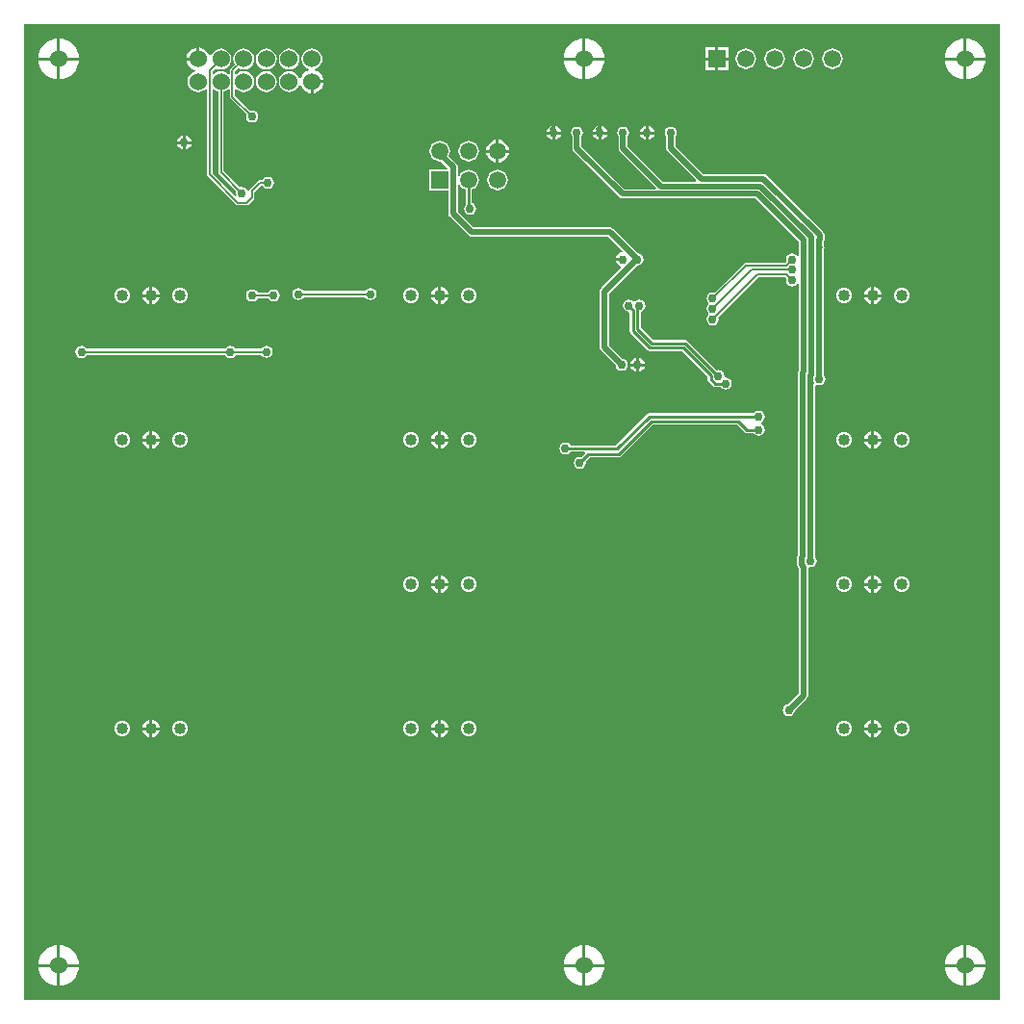
<source format=gbl>
G04 Layer_Physical_Order=2*
G04 Layer_Color=16711680*
%FSLAX25Y25*%
%MOIN*%
G70*
G01*
G75*
%ADD16C,0.00800*%
%ADD17C,0.01000*%
%ADD18C,0.02000*%
%ADD19C,0.00600*%
%ADD23C,0.05906*%
%ADD24R,0.05906X0.05906*%
%ADD26C,0.04000*%
%ADD27C,0.03000*%
%ADD28C,0.06000*%
G36*
X543878Y306121D02*
X206121D01*
Y643878D01*
X543878D01*
Y306121D01*
D02*
G37*
%LPC*%
G36*
X532500Y638985D02*
Y632500D01*
X538985D01*
X538899Y633372D01*
X538498Y634692D01*
X537848Y635908D01*
X536974Y636974D01*
X535908Y637848D01*
X534692Y638498D01*
X533372Y638899D01*
X532500Y638985D01*
D02*
G37*
G36*
X531500D02*
X530628Y638899D01*
X529308Y638498D01*
X528092Y637848D01*
X527026Y636974D01*
X526152Y635908D01*
X525502Y634692D01*
X525101Y633372D01*
X525015Y632500D01*
X531500D01*
Y638985D01*
D02*
G37*
G36*
X449953Y635953D02*
X446500D01*
Y632500D01*
X449953D01*
Y635953D01*
D02*
G37*
G36*
X445500D02*
X442047D01*
Y632500D01*
X445500D01*
Y635953D01*
D02*
G37*
G36*
X400500Y638985D02*
Y632500D01*
X406985D01*
X406899Y633372D01*
X406498Y634692D01*
X405849Y635908D01*
X404974Y636974D01*
X403908Y637848D01*
X402692Y638498D01*
X401372Y638899D01*
X400500Y638985D01*
D02*
G37*
G36*
X399500D02*
X398628Y638899D01*
X397308Y638498D01*
X396092Y637848D01*
X395026Y636974D01*
X394151Y635908D01*
X393501Y634692D01*
X393101Y633372D01*
X393015Y632500D01*
X399500D01*
Y638985D01*
D02*
G37*
G36*
X218500D02*
Y632500D01*
X224985D01*
X224899Y633372D01*
X224499Y634692D01*
X223849Y635908D01*
X222974Y636974D01*
X221908Y637848D01*
X220692Y638498D01*
X219372Y638899D01*
X218500Y638985D01*
D02*
G37*
G36*
X217500D02*
X216628Y638899D01*
X215308Y638498D01*
X214092Y637848D01*
X213026Y636974D01*
X212152Y635908D01*
X211502Y634692D01*
X211101Y633372D01*
X211015Y632500D01*
X217500D01*
Y638985D01*
D02*
G37*
G36*
X265815Y635906D02*
X265271Y635834D01*
X264298Y635431D01*
X263462Y634790D01*
X262821Y633954D01*
X262418Y632981D01*
X262346Y632437D01*
X265815D01*
Y635906D01*
D02*
G37*
G36*
X486000Y635583D02*
X485073Y635461D01*
X484208Y635103D01*
X483466Y634534D01*
X482897Y633792D01*
X482539Y632928D01*
X482417Y632000D01*
X482539Y631073D01*
X482897Y630208D01*
X483466Y629466D01*
X484208Y628897D01*
X485073Y628539D01*
X486000Y628417D01*
X486928Y628539D01*
X487792Y628897D01*
X488534Y629466D01*
X489103Y630208D01*
X489461Y631073D01*
X489583Y632000D01*
X489461Y632928D01*
X489103Y633792D01*
X488534Y634534D01*
X487792Y635103D01*
X486928Y635461D01*
X486000Y635583D01*
D02*
G37*
G36*
X476000D02*
X475072Y635461D01*
X474208Y635103D01*
X473466Y634534D01*
X472897Y633792D01*
X472539Y632928D01*
X472417Y632000D01*
X472539Y631073D01*
X472897Y630208D01*
X473466Y629466D01*
X474208Y628897D01*
X475072Y628539D01*
X476000Y628417D01*
X476928Y628539D01*
X477792Y628897D01*
X478534Y629466D01*
X479103Y630208D01*
X479461Y631073D01*
X479583Y632000D01*
X479461Y632928D01*
X479103Y633792D01*
X478534Y634534D01*
X477792Y635103D01*
X476928Y635461D01*
X476000Y635583D01*
D02*
G37*
G36*
X466000D02*
X465072Y635461D01*
X464208Y635103D01*
X463466Y634534D01*
X462897Y633792D01*
X462539Y632928D01*
X462417Y632000D01*
X462539Y631073D01*
X462897Y630208D01*
X463466Y629466D01*
X464208Y628897D01*
X465072Y628539D01*
X466000Y628417D01*
X466927Y628539D01*
X467792Y628897D01*
X468534Y629466D01*
X469103Y630208D01*
X469461Y631073D01*
X469583Y632000D01*
X469461Y632928D01*
X469103Y633792D01*
X468534Y634534D01*
X467792Y635103D01*
X466927Y635461D01*
X466000Y635583D01*
D02*
G37*
G36*
X456000D02*
X455072Y635461D01*
X454208Y635103D01*
X453466Y634534D01*
X452897Y633792D01*
X452539Y632928D01*
X452417Y632000D01*
X452539Y631073D01*
X452897Y630208D01*
X453466Y629466D01*
X454208Y628897D01*
X455072Y628539D01*
X456000Y628417D01*
X456927Y628539D01*
X457792Y628897D01*
X458534Y629466D01*
X459103Y630208D01*
X459461Y631073D01*
X459583Y632000D01*
X459461Y632928D01*
X459103Y633792D01*
X458534Y634534D01*
X457792Y635103D01*
X456927Y635461D01*
X456000Y635583D01*
D02*
G37*
G36*
X297811Y635568D02*
X296871Y635444D01*
X295995Y635082D01*
X295244Y634505D01*
X294666Y633752D01*
X294304Y632877D01*
X294180Y631937D01*
X294304Y630997D01*
X294666Y630122D01*
X295244Y629369D01*
X295995Y628792D01*
X296871Y628430D01*
X297811Y628306D01*
X298751Y628430D01*
X299627Y628792D01*
X300379Y629369D01*
X300956Y630122D01*
X301318Y630997D01*
X301442Y631937D01*
X301318Y632877D01*
X300956Y633752D01*
X300379Y634505D01*
X299627Y635082D01*
X298751Y635444D01*
X297811Y635568D01*
D02*
G37*
G36*
X289937D02*
X288997Y635444D01*
X288121Y635082D01*
X287369Y634505D01*
X286792Y633752D01*
X286430Y632877D01*
X286306Y631937D01*
X286430Y630997D01*
X286792Y630122D01*
X287369Y629369D01*
X288121Y628792D01*
X288997Y628430D01*
X289937Y628306D01*
X290877Y628430D01*
X291753Y628792D01*
X292505Y629369D01*
X293081Y630122D01*
X293444Y630997D01*
X293568Y631937D01*
X293444Y632877D01*
X293081Y633752D01*
X292505Y634505D01*
X291753Y635082D01*
X290877Y635444D01*
X289937Y635568D01*
D02*
G37*
G36*
X266815Y635906D02*
Y631937D01*
X266315D01*
Y631437D01*
X262346D01*
X262418Y630893D01*
X262821Y629920D01*
X263462Y629084D01*
X264298Y628443D01*
X265267Y628041D01*
X265276Y628018D01*
X265313Y627848D01*
X265286Y627534D01*
X264499Y627208D01*
X263747Y626631D01*
X263170Y625878D01*
X262808Y625003D01*
X262684Y624063D01*
X262808Y623123D01*
X263170Y622248D01*
X263747Y621495D01*
X264499Y620918D01*
X265375Y620556D01*
X266315Y620432D01*
X267255Y620556D01*
X268130Y620918D01*
X268871Y621487D01*
X269057Y621461D01*
X269371Y621355D01*
Y591903D01*
X269441Y591552D01*
X269640Y591254D01*
X279443Y581451D01*
X279741Y581252D01*
X280092Y581182D01*
X282908D01*
X283260Y581252D01*
X283557Y581451D01*
X285549Y583443D01*
X285748Y583741D01*
X285818Y584092D01*
Y585823D01*
X288077Y588082D01*
X288587D01*
X288986Y587486D01*
X289681Y587022D01*
X290500Y586859D01*
X291319Y587022D01*
X292014Y587486D01*
X292478Y588181D01*
X292641Y589000D01*
X292478Y589819D01*
X292014Y590514D01*
X291319Y590978D01*
X290500Y591141D01*
X289681Y590978D01*
X288986Y590514D01*
X288587Y589918D01*
X287697D01*
X287346Y589848D01*
X287048Y589649D01*
X284251Y586852D01*
X284052Y586554D01*
X283982Y586203D01*
X283495Y586234D01*
X283478Y586319D01*
X283014Y587014D01*
X282319Y587478D01*
X281500Y587641D01*
X280797Y587501D01*
X275107Y593191D01*
Y620553D01*
X275129Y620556D01*
X276005Y620918D01*
X276745Y621487D01*
X276931Y621461D01*
X277245Y621355D01*
Y618837D01*
X277315Y618486D01*
X277514Y618188D01*
X282999Y612704D01*
X282859Y612000D01*
X283022Y611181D01*
X283486Y610486D01*
X284181Y610022D01*
X285000Y609859D01*
X285819Y610022D01*
X286514Y610486D01*
X286978Y611181D01*
X287141Y612000D01*
X286978Y612819D01*
X286514Y613514D01*
X285819Y613978D01*
X285000Y614141D01*
X284296Y614001D01*
X279081Y619217D01*
Y621290D01*
X279581Y621430D01*
X280247Y620918D01*
X281123Y620556D01*
X282063Y620432D01*
X283003Y620556D01*
X283878Y620918D01*
X284630Y621495D01*
X285208Y622248D01*
X285570Y623123D01*
X285694Y624063D01*
X285570Y625003D01*
X285208Y625878D01*
X284630Y626631D01*
X283878Y627208D01*
X283003Y627570D01*
X282063Y627694D01*
X281123Y627570D01*
X280247Y627208D01*
X279581Y626696D01*
X279081Y626836D01*
Y627583D01*
X280278Y628780D01*
X281123Y628430D01*
X282063Y628306D01*
X283003Y628430D01*
X283878Y628792D01*
X284630Y629369D01*
X285208Y630122D01*
X285570Y630997D01*
X285694Y631937D01*
X285570Y632877D01*
X285208Y633752D01*
X284630Y634505D01*
X283878Y635082D01*
X283003Y635444D01*
X282063Y635568D01*
X281123Y635444D01*
X280247Y635082D01*
X279495Y634505D01*
X278918Y633752D01*
X278556Y632877D01*
X278432Y631937D01*
X278556Y630997D01*
X278918Y630122D01*
X278964Y630062D01*
X277514Y628612D01*
X277315Y628314D01*
X277245Y627963D01*
Y626771D01*
X276931Y626665D01*
X276745Y626639D01*
X276005Y627208D01*
X275129Y627570D01*
X274189Y627694D01*
X273249Y627570D01*
X272373Y627208D01*
X271707Y626696D01*
X271207Y626836D01*
Y627583D01*
X272404Y628780D01*
X273249Y628430D01*
X274189Y628306D01*
X275129Y628430D01*
X276005Y628792D01*
X276757Y629369D01*
X277333Y630122D01*
X277696Y630997D01*
X277820Y631937D01*
X277696Y632877D01*
X277333Y633752D01*
X276757Y634505D01*
X276005Y635082D01*
X275129Y635444D01*
X274189Y635568D01*
X273249Y635444D01*
X272373Y635082D01*
X271621Y634505D01*
X271044Y633752D01*
X270718Y632966D01*
X270403Y632939D01*
X270234Y632976D01*
X270211Y632985D01*
X269809Y633954D01*
X269168Y634790D01*
X268332Y635431D01*
X267359Y635834D01*
X266815Y635906D01*
D02*
G37*
G36*
X449953Y631500D02*
X446500D01*
Y628047D01*
X449953D01*
Y631500D01*
D02*
G37*
G36*
X445500D02*
X442047D01*
Y628047D01*
X445500D01*
Y631500D01*
D02*
G37*
G36*
X305685Y635568D02*
X304745Y635444D01*
X303870Y635082D01*
X303117Y634505D01*
X302540Y633752D01*
X302178Y632877D01*
X302054Y631937D01*
X302178Y630997D01*
X302540Y630122D01*
X303117Y629369D01*
X303870Y628792D01*
X304657Y628466D01*
X304683Y628152D01*
X304646Y627982D01*
X304637Y627959D01*
X303668Y627557D01*
X302832Y626916D01*
X302191Y626080D01*
X301789Y625111D01*
X301766Y625102D01*
X301596Y625065D01*
X301282Y625092D01*
X300956Y625878D01*
X300379Y626631D01*
X299627Y627208D01*
X298751Y627570D01*
X297811Y627694D01*
X296871Y627570D01*
X295995Y627208D01*
X295244Y626631D01*
X294666Y625878D01*
X294304Y625003D01*
X294180Y624063D01*
X294304Y623123D01*
X294666Y622248D01*
X295244Y621495D01*
X295995Y620918D01*
X296871Y620556D01*
X297811Y620432D01*
X298751Y620556D01*
X299627Y620918D01*
X300379Y621495D01*
X300956Y622248D01*
X301282Y623034D01*
X301596Y623061D01*
X301766Y623024D01*
X301789Y623015D01*
X302191Y622046D01*
X302832Y621210D01*
X303668Y620569D01*
X304641Y620166D01*
X305185Y620094D01*
Y624063D01*
X305685D01*
Y624563D01*
X309654D01*
X309582Y625107D01*
X309179Y626080D01*
X308538Y626916D01*
X307702Y627557D01*
X306733Y627959D01*
X306724Y627982D01*
X306687Y628152D01*
X306714Y628466D01*
X307501Y628792D01*
X308253Y629369D01*
X308830Y630122D01*
X309192Y630997D01*
X309316Y631937D01*
X309192Y632877D01*
X308830Y633752D01*
X308253Y634505D01*
X307501Y635082D01*
X306625Y635444D01*
X305685Y635568D01*
D02*
G37*
G36*
X538985Y631500D02*
X532500D01*
Y625015D01*
X533372Y625101D01*
X534692Y625502D01*
X535908Y626152D01*
X536974Y627026D01*
X537848Y628092D01*
X538498Y629308D01*
X538899Y630628D01*
X538985Y631500D01*
D02*
G37*
G36*
X531500D02*
X525015D01*
X525101Y630628D01*
X525502Y629308D01*
X526152Y628092D01*
X527026Y627026D01*
X528092Y626152D01*
X529308Y625502D01*
X530628Y625101D01*
X531500Y625015D01*
Y631500D01*
D02*
G37*
G36*
X406985D02*
X400500D01*
Y625015D01*
X401372Y625101D01*
X402692Y625502D01*
X403908Y626152D01*
X404974Y627026D01*
X405849Y628092D01*
X406498Y629308D01*
X406899Y630628D01*
X406985Y631500D01*
D02*
G37*
G36*
X399500D02*
X393015D01*
X393101Y630628D01*
X393501Y629308D01*
X394151Y628092D01*
X395026Y627026D01*
X396092Y626152D01*
X397308Y625502D01*
X398628Y625101D01*
X399500Y625015D01*
Y631500D01*
D02*
G37*
G36*
X224985D02*
X218500D01*
Y625015D01*
X219372Y625101D01*
X220692Y625502D01*
X221908Y626152D01*
X222974Y627026D01*
X223849Y628092D01*
X224499Y629308D01*
X224899Y630628D01*
X224985Y631500D01*
D02*
G37*
G36*
X217500D02*
X211015D01*
X211101Y630628D01*
X211502Y629308D01*
X212152Y628092D01*
X213026Y627026D01*
X214092Y626152D01*
X215308Y625502D01*
X216628Y625101D01*
X217500Y625015D01*
Y631500D01*
D02*
G37*
G36*
X289937Y627694D02*
X288997Y627570D01*
X288121Y627208D01*
X287369Y626631D01*
X286792Y625878D01*
X286430Y625003D01*
X286306Y624063D01*
X286430Y623123D01*
X286792Y622248D01*
X287369Y621495D01*
X288121Y620918D01*
X288997Y620556D01*
X289937Y620432D01*
X290877Y620556D01*
X291753Y620918D01*
X292505Y621495D01*
X293081Y622248D01*
X293444Y623123D01*
X293568Y624063D01*
X293444Y625003D01*
X293081Y625878D01*
X292505Y626631D01*
X291753Y627208D01*
X290877Y627570D01*
X289937Y627694D01*
D02*
G37*
G36*
X309654Y623563D02*
X306185D01*
Y620094D01*
X306729Y620166D01*
X307702Y620569D01*
X308538Y621210D01*
X309179Y622046D01*
X309582Y623019D01*
X309654Y623563D01*
D02*
G37*
G36*
X422333Y608783D02*
Y606833D01*
X424283D01*
X424188Y607309D01*
X423636Y608136D01*
X422809Y608688D01*
X422333Y608783D01*
D02*
G37*
G36*
X421333D02*
X420858Y608688D01*
X420031Y608136D01*
X419478Y607309D01*
X419384Y606833D01*
X421333D01*
Y608783D01*
D02*
G37*
G36*
X406000D02*
Y606833D01*
X407949D01*
X407855Y607309D01*
X407302Y608136D01*
X406475Y608688D01*
X406000Y608783D01*
D02*
G37*
G36*
X405000D02*
X404525Y608688D01*
X403698Y608136D01*
X403145Y607309D01*
X403051Y606833D01*
X405000D01*
Y608783D01*
D02*
G37*
G36*
X390000D02*
Y606833D01*
X391950D01*
X391855Y607309D01*
X391302Y608136D01*
X390476Y608688D01*
X390000Y608783D01*
D02*
G37*
G36*
X389000D02*
X388525Y608688D01*
X387698Y608136D01*
X387145Y607309D01*
X387051Y606833D01*
X389000D01*
Y608783D01*
D02*
G37*
G36*
X424283Y605833D02*
X422333D01*
Y603884D01*
X422809Y603978D01*
X423636Y604531D01*
X424188Y605358D01*
X424283Y605833D01*
D02*
G37*
G36*
X421333D02*
X419384D01*
X419478Y605358D01*
X420031Y604531D01*
X420858Y603978D01*
X421333Y603884D01*
Y605833D01*
D02*
G37*
G36*
X407949D02*
X406000D01*
Y603884D01*
X406475Y603978D01*
X407302Y604531D01*
X407855Y605358D01*
X407949Y605833D01*
D02*
G37*
G36*
X405000D02*
X403051D01*
X403145Y605358D01*
X403698Y604531D01*
X404525Y603978D01*
X405000Y603884D01*
Y605833D01*
D02*
G37*
G36*
X391950D02*
X390000D01*
Y603884D01*
X390476Y603978D01*
X391302Y604531D01*
X391855Y605358D01*
X391950Y605833D01*
D02*
G37*
G36*
X389000D02*
X387051D01*
X387145Y605358D01*
X387698Y604531D01*
X388525Y603978D01*
X389000Y603884D01*
Y605833D01*
D02*
G37*
G36*
X262000Y605449D02*
Y603500D01*
X263949D01*
X263855Y603975D01*
X263302Y604802D01*
X262475Y605355D01*
X262000Y605449D01*
D02*
G37*
G36*
X261000D02*
X260525Y605355D01*
X259698Y604802D01*
X259145Y603975D01*
X259050Y603500D01*
X261000D01*
Y605449D01*
D02*
G37*
G36*
X263949Y602500D02*
X262000D01*
Y600551D01*
X262475Y600645D01*
X263302Y601198D01*
X263855Y602025D01*
X263949Y602500D01*
D02*
G37*
G36*
X261000D02*
X259050D01*
X259145Y602025D01*
X259698Y601198D01*
X260525Y600645D01*
X261000Y600551D01*
Y602500D01*
D02*
G37*
G36*
X370500Y603921D02*
Y600500D01*
X373921D01*
X373851Y601032D01*
X373453Y601993D01*
X372819Y602819D01*
X371993Y603453D01*
X371032Y603851D01*
X370500Y603921D01*
D02*
G37*
G36*
X369500D02*
X368968Y603851D01*
X368007Y603453D01*
X367181Y602819D01*
X366547Y601993D01*
X366149Y601032D01*
X366079Y600500D01*
X369500D01*
Y603921D01*
D02*
G37*
G36*
X360000Y603583D02*
X359073Y603461D01*
X358208Y603103D01*
X357466Y602534D01*
X356897Y601792D01*
X356539Y600927D01*
X356417Y600000D01*
X356539Y599073D01*
X356897Y598208D01*
X357466Y597466D01*
X358208Y596897D01*
X359073Y596539D01*
X360000Y596417D01*
X360927Y596539D01*
X361792Y596897D01*
X362534Y597466D01*
X363103Y598208D01*
X363461Y599073D01*
X363583Y600000D01*
X363461Y600927D01*
X363103Y601792D01*
X362534Y602534D01*
X361792Y603103D01*
X360927Y603461D01*
X360000Y603583D01*
D02*
G37*
G36*
X373921Y599500D02*
X370500D01*
Y596079D01*
X371032Y596149D01*
X371993Y596547D01*
X372819Y597181D01*
X373453Y598007D01*
X373851Y598968D01*
X373921Y599500D01*
D02*
G37*
G36*
X369500D02*
X366079D01*
X366149Y598968D01*
X366547Y598007D01*
X367181Y597181D01*
X368007Y596547D01*
X368968Y596149D01*
X369500Y596079D01*
Y599500D01*
D02*
G37*
G36*
X430000Y608474D02*
X429181Y608312D01*
X428486Y607847D01*
X428022Y607153D01*
X427859Y606333D01*
X428022Y605514D01*
X428369Y604995D01*
Y601000D01*
X428493Y600376D01*
X428847Y599847D01*
X438800Y589893D01*
X438608Y589431D01*
X427376D01*
X415131Y601676D01*
Y604995D01*
X415478Y605514D01*
X415641Y606333D01*
X415478Y607153D01*
X415014Y607847D01*
X414319Y608312D01*
X413500Y608474D01*
X412681Y608312D01*
X411986Y607847D01*
X411522Y607153D01*
X411359Y606333D01*
X411522Y605514D01*
X411869Y604995D01*
Y601000D01*
X411993Y600376D01*
X412347Y599847D01*
X424900Y587293D01*
X424708Y586831D01*
X413976D01*
X399131Y601676D01*
Y604995D01*
X399478Y605514D01*
X399641Y606333D01*
X399478Y607153D01*
X399014Y607847D01*
X398319Y608312D01*
X397500Y608474D01*
X396681Y608312D01*
X395986Y607847D01*
X395522Y607153D01*
X395359Y606333D01*
X395522Y605514D01*
X395869Y604995D01*
Y601000D01*
X395993Y600376D01*
X396346Y599847D01*
X412147Y584047D01*
X412676Y583693D01*
X413300Y583569D01*
X459324D01*
X474369Y568524D01*
Y563635D01*
X473869Y563483D01*
X473514Y564014D01*
X472819Y564478D01*
X472000Y564641D01*
X471181Y564478D01*
X470486Y564014D01*
X470022Y563319D01*
X469859Y562500D01*
X469999Y561797D01*
X469620Y561418D01*
X456000D01*
X455649Y561348D01*
X455351Y561149D01*
X445203Y551001D01*
X444500Y551141D01*
X443681Y550978D01*
X442986Y550514D01*
X442522Y549819D01*
X442359Y549000D01*
X442522Y548181D01*
X442972Y547506D01*
X443040Y547374D01*
Y547026D01*
X442972Y546894D01*
X442522Y546219D01*
X442359Y545400D01*
X442522Y544581D01*
X442972Y543906D01*
X443040Y543774D01*
Y543426D01*
X442972Y543294D01*
X442522Y542619D01*
X442359Y541800D01*
X442522Y540981D01*
X442986Y540286D01*
X443681Y539822D01*
X444500Y539659D01*
X445319Y539822D01*
X446014Y540286D01*
X446478Y540981D01*
X446641Y541800D01*
X446501Y542503D01*
X460380Y556382D01*
X469620D01*
X469999Y556004D01*
X469859Y555300D01*
X470022Y554481D01*
X470486Y553786D01*
X471181Y553322D01*
X472000Y553159D01*
X472819Y553322D01*
X473514Y553786D01*
X473869Y554317D01*
X474369Y554165D01*
Y524099D01*
X474293Y523985D01*
X474169Y523361D01*
Y460321D01*
X473893Y459908D01*
X473769Y459284D01*
Y456716D01*
X473893Y456092D01*
X474247Y455562D01*
X474369Y455440D01*
Y412176D01*
X470643Y408450D01*
X470031Y408329D01*
X469336Y407864D01*
X468872Y407170D01*
X468709Y406350D01*
X468872Y405531D01*
X469336Y404836D01*
X470031Y404372D01*
X470850Y404209D01*
X471670Y404372D01*
X472364Y404836D01*
X472829Y405531D01*
X472950Y406143D01*
X477153Y410347D01*
X477507Y410876D01*
X477631Y411500D01*
Y455522D01*
X478131Y455932D01*
X478500Y455859D01*
X479319Y456022D01*
X480014Y456486D01*
X480478Y457181D01*
X480641Y458000D01*
X480478Y458819D01*
X480031Y459488D01*
Y518778D01*
X480066Y518831D01*
X480231Y518954D01*
X480572Y519095D01*
X480681Y519022D01*
X481500Y518859D01*
X482319Y519022D01*
X483014Y519486D01*
X483478Y520181D01*
X483641Y521000D01*
X483478Y521819D01*
X483031Y522488D01*
Y565778D01*
X483107Y565892D01*
X483231Y566516D01*
X483107Y567140D01*
X483031Y567254D01*
Y568746D01*
X483107Y568860D01*
X483231Y569484D01*
Y570954D01*
X483107Y571578D01*
X482754Y572107D01*
X463307Y591553D01*
X462778Y591907D01*
X462154Y592031D01*
X441276D01*
X431631Y601676D01*
Y604995D01*
X431978Y605514D01*
X432141Y606333D01*
X431978Y607153D01*
X431514Y607847D01*
X430819Y608312D01*
X430000Y608474D01*
D02*
G37*
G36*
X370000Y593583D02*
X369073Y593461D01*
X368208Y593103D01*
X367466Y592534D01*
X366897Y591792D01*
X366539Y590928D01*
X366417Y590000D01*
X366539Y589073D01*
X366897Y588208D01*
X367466Y587466D01*
X368208Y586897D01*
X369073Y586539D01*
X370000Y586417D01*
X370927Y586539D01*
X371792Y586897D01*
X372534Y587466D01*
X373103Y588208D01*
X373461Y589073D01*
X373583Y590000D01*
X373461Y590928D01*
X373103Y591792D01*
X372534Y592534D01*
X371792Y593103D01*
X370927Y593461D01*
X370000Y593583D01*
D02*
G37*
G36*
X350000Y603583D02*
X349073Y603461D01*
X348208Y603103D01*
X347466Y602534D01*
X346897Y601792D01*
X346539Y600927D01*
X346417Y600000D01*
X346539Y599073D01*
X346897Y598208D01*
X347466Y597466D01*
X348208Y596897D01*
X349073Y596539D01*
X350000Y596417D01*
X350337Y596461D01*
X352746Y594053D01*
X352539Y593553D01*
X346447D01*
Y586447D01*
X352921D01*
Y578447D01*
X353046Y577823D01*
X353399Y577294D01*
X359846Y570847D01*
X360376Y570493D01*
X361000Y570369D01*
X408324D01*
X413195Y565498D01*
X413030Y564956D01*
X412525Y564855D01*
X411698Y564302D01*
X411145Y563476D01*
X411051Y563000D01*
X413500D01*
Y562000D01*
X411051D01*
X411145Y561524D01*
X411698Y560698D01*
X412525Y560145D01*
X412683Y560114D01*
X412828Y559635D01*
X405847Y552654D01*
X405493Y552124D01*
X405369Y551500D01*
Y532000D01*
X405493Y531376D01*
X405847Y530847D01*
X410900Y525793D01*
X411022Y525181D01*
X411486Y524486D01*
X412181Y524022D01*
X413000Y523859D01*
X413819Y524022D01*
X414514Y524486D01*
X414978Y525181D01*
X415141Y526000D01*
X414978Y526819D01*
X414514Y527514D01*
X413819Y527978D01*
X413207Y528100D01*
X408631Y532676D01*
Y550824D01*
X418221Y560414D01*
X418500Y560359D01*
X419319Y560522D01*
X420014Y560986D01*
X420478Y561681D01*
X420641Y562500D01*
X420478Y563319D01*
X420014Y564014D01*
X419319Y564478D01*
X418707Y564600D01*
X410153Y573153D01*
X409624Y573507D01*
X409000Y573631D01*
X361676D01*
X356184Y579123D01*
Y588622D01*
X356684Y588722D01*
X356897Y588208D01*
X357466Y587466D01*
X358208Y586897D01*
X358878Y586619D01*
Y581353D01*
X358522Y580819D01*
X358359Y580000D01*
X358522Y579181D01*
X358986Y578486D01*
X359681Y578022D01*
X360500Y577859D01*
X361319Y578022D01*
X362014Y578486D01*
X362478Y579181D01*
X362641Y580000D01*
X362478Y580819D01*
X362014Y581514D01*
X361319Y581978D01*
X361122Y582018D01*
Y586619D01*
X361792Y586897D01*
X362534Y587466D01*
X363103Y588208D01*
X363461Y589073D01*
X363583Y590000D01*
X363461Y590928D01*
X363103Y591792D01*
X362534Y592534D01*
X361792Y593103D01*
X360927Y593461D01*
X360000Y593583D01*
X359073Y593461D01*
X358208Y593103D01*
X357466Y592534D01*
X356897Y591792D01*
X356684Y591279D01*
X356184Y591378D01*
Y594553D01*
X356060Y595177D01*
X355706Y595706D01*
X353133Y598280D01*
X353461Y599073D01*
X353583Y600000D01*
X353461Y600927D01*
X353103Y601792D01*
X352534Y602534D01*
X351792Y603103D01*
X350927Y603461D01*
X350000Y603583D01*
D02*
G37*
G36*
X326000Y552641D02*
X325181Y552478D01*
X324486Y552014D01*
X324156Y551520D01*
X302844D01*
X302514Y552014D01*
X301819Y552478D01*
X301000Y552641D01*
X300181Y552478D01*
X299486Y552014D01*
X299022Y551319D01*
X298859Y550500D01*
X299022Y549681D01*
X299486Y548986D01*
X300181Y548522D01*
X301000Y548359D01*
X301819Y548522D01*
X302514Y548986D01*
X302844Y549480D01*
X324156D01*
X324486Y548986D01*
X325181Y548522D01*
X326000Y548359D01*
X326819Y548522D01*
X327514Y548986D01*
X327978Y549681D01*
X328141Y550500D01*
X327978Y551319D01*
X327514Y552014D01*
X326819Y552478D01*
X326000Y552641D01*
D02*
G37*
G36*
X292500Y552141D02*
X291681Y551978D01*
X290986Y551514D01*
X290656Y551020D01*
X286844D01*
X286514Y551514D01*
X285819Y551978D01*
X285000Y552141D01*
X284181Y551978D01*
X283486Y551514D01*
X283022Y550819D01*
X282859Y550000D01*
X283022Y549181D01*
X283486Y548486D01*
X284181Y548022D01*
X285000Y547859D01*
X285819Y548022D01*
X286514Y548486D01*
X286844Y548980D01*
X290656D01*
X290986Y548486D01*
X291681Y548022D01*
X292500Y547859D01*
X293319Y548022D01*
X294014Y548486D01*
X294478Y549181D01*
X294641Y550000D01*
X294478Y550819D01*
X294014Y551514D01*
X293319Y551978D01*
X292500Y552141D01*
D02*
G37*
G36*
X500500Y552960D02*
Y550500D01*
X502960D01*
X502923Y550783D01*
X502621Y551513D01*
X502140Y552140D01*
X501513Y552621D01*
X500783Y552923D01*
X500500Y552960D01*
D02*
G37*
G36*
X499500D02*
X499217Y552923D01*
X498487Y552621D01*
X497860Y552140D01*
X497379Y551513D01*
X497077Y550783D01*
X497040Y550500D01*
X499500D01*
Y552960D01*
D02*
G37*
G36*
X350500D02*
Y550500D01*
X352960D01*
X352923Y550783D01*
X352621Y551513D01*
X352140Y552140D01*
X351513Y552621D01*
X350783Y552923D01*
X350500Y552960D01*
D02*
G37*
G36*
X349500D02*
X349217Y552923D01*
X348487Y552621D01*
X347860Y552140D01*
X347379Y551513D01*
X347077Y550783D01*
X347040Y550500D01*
X349500D01*
Y552960D01*
D02*
G37*
G36*
X250500D02*
Y550500D01*
X252960D01*
X252923Y550783D01*
X252621Y551513D01*
X252140Y552140D01*
X251513Y552621D01*
X250783Y552923D01*
X250500Y552960D01*
D02*
G37*
G36*
X249500D02*
X249217Y552923D01*
X248487Y552621D01*
X247860Y552140D01*
X247379Y551513D01*
X247077Y550783D01*
X247040Y550500D01*
X249500D01*
Y552960D01*
D02*
G37*
G36*
X419100Y548641D02*
X418281Y548478D01*
X417586Y548014D01*
X417550Y547960D01*
X417050D01*
X417014Y548014D01*
X416319Y548478D01*
X415500Y548641D01*
X414681Y548478D01*
X413986Y548014D01*
X413522Y547319D01*
X413359Y546500D01*
X413522Y545681D01*
X413986Y544986D01*
X414681Y544522D01*
X415500Y544359D01*
X415778Y544130D01*
Y537837D01*
X415778Y537837D01*
X415864Y537408D01*
X416107Y537044D01*
X422044Y531107D01*
X422044Y531107D01*
X422408Y530864D01*
X422837Y530778D01*
X433873D01*
X442733Y521918D01*
Y520969D01*
X442733Y520969D01*
X442818Y520539D01*
X443061Y520176D01*
X444584Y518652D01*
X444584Y518652D01*
X444948Y518409D01*
X445377Y518324D01*
X445377Y518324D01*
X447260D01*
X447486Y517986D01*
X448181Y517522D01*
X449000Y517359D01*
X449819Y517522D01*
X450514Y517986D01*
X450978Y518681D01*
X451141Y519500D01*
X450978Y520319D01*
X450514Y521014D01*
X449819Y521478D01*
X449000Y521641D01*
X448937Y521629D01*
X448583Y521982D01*
X448596Y522046D01*
X448433Y522865D01*
X447968Y523560D01*
X447274Y524024D01*
X446454Y524187D01*
X445992Y524095D01*
X435793Y534293D01*
X435429Y534536D01*
X435000Y534622D01*
X435000Y534622D01*
X423965D01*
X419622Y538965D01*
Y544463D01*
X419919Y544522D01*
X420614Y544986D01*
X421078Y545681D01*
X421241Y546500D01*
X421078Y547319D01*
X420614Y548014D01*
X419919Y548478D01*
X419100Y548641D01*
D02*
G37*
G36*
X510000Y552622D02*
X509321Y552533D01*
X508689Y552271D01*
X508146Y551854D01*
X507729Y551311D01*
X507467Y550679D01*
X507378Y550000D01*
X507467Y549321D01*
X507729Y548689D01*
X508146Y548146D01*
X508689Y547729D01*
X509321Y547467D01*
X510000Y547378D01*
X510679Y547467D01*
X511311Y547729D01*
X511854Y548146D01*
X512271Y548689D01*
X512533Y549321D01*
X512622Y550000D01*
X512533Y550679D01*
X512271Y551311D01*
X511854Y551854D01*
X511311Y552271D01*
X510679Y552533D01*
X510000Y552622D01*
D02*
G37*
G36*
X490000D02*
X489321Y552533D01*
X488689Y552271D01*
X488146Y551854D01*
X487729Y551311D01*
X487467Y550679D01*
X487378Y550000D01*
X487467Y549321D01*
X487729Y548689D01*
X488146Y548146D01*
X488689Y547729D01*
X489321Y547467D01*
X490000Y547378D01*
X490679Y547467D01*
X491311Y547729D01*
X491854Y548146D01*
X492271Y548689D01*
X492533Y549321D01*
X492622Y550000D01*
X492533Y550679D01*
X492271Y551311D01*
X491854Y551854D01*
X491311Y552271D01*
X490679Y552533D01*
X490000Y552622D01*
D02*
G37*
G36*
X360000D02*
X359321Y552533D01*
X358689Y552271D01*
X358146Y551854D01*
X357729Y551311D01*
X357467Y550679D01*
X357378Y550000D01*
X357467Y549321D01*
X357729Y548689D01*
X358146Y548146D01*
X358689Y547729D01*
X359321Y547467D01*
X360000Y547378D01*
X360679Y547467D01*
X361311Y547729D01*
X361854Y548146D01*
X362271Y548689D01*
X362533Y549321D01*
X362622Y550000D01*
X362533Y550679D01*
X362271Y551311D01*
X361854Y551854D01*
X361311Y552271D01*
X360679Y552533D01*
X360000Y552622D01*
D02*
G37*
G36*
X340000D02*
X339321Y552533D01*
X338689Y552271D01*
X338146Y551854D01*
X337729Y551311D01*
X337467Y550679D01*
X337378Y550000D01*
X337467Y549321D01*
X337729Y548689D01*
X338146Y548146D01*
X338689Y547729D01*
X339321Y547467D01*
X340000Y547378D01*
X340679Y547467D01*
X341311Y547729D01*
X341854Y548146D01*
X342271Y548689D01*
X342533Y549321D01*
X342622Y550000D01*
X342533Y550679D01*
X342271Y551311D01*
X341854Y551854D01*
X341311Y552271D01*
X340679Y552533D01*
X340000Y552622D01*
D02*
G37*
G36*
X260000D02*
X259321Y552533D01*
X258689Y552271D01*
X258146Y551854D01*
X257729Y551311D01*
X257467Y550679D01*
X257378Y550000D01*
X257467Y549321D01*
X257729Y548689D01*
X258146Y548146D01*
X258689Y547729D01*
X259321Y547467D01*
X260000Y547378D01*
X260679Y547467D01*
X261311Y547729D01*
X261854Y548146D01*
X262271Y548689D01*
X262533Y549321D01*
X262622Y550000D01*
X262533Y550679D01*
X262271Y551311D01*
X261854Y551854D01*
X261311Y552271D01*
X260679Y552533D01*
X260000Y552622D01*
D02*
G37*
G36*
X240000D02*
X239321Y552533D01*
X238689Y552271D01*
X238146Y551854D01*
X237729Y551311D01*
X237467Y550679D01*
X237378Y550000D01*
X237467Y549321D01*
X237729Y548689D01*
X238146Y548146D01*
X238689Y547729D01*
X239321Y547467D01*
X240000Y547378D01*
X240679Y547467D01*
X241311Y547729D01*
X241854Y548146D01*
X242271Y548689D01*
X242533Y549321D01*
X242622Y550000D01*
X242533Y550679D01*
X242271Y551311D01*
X241854Y551854D01*
X241311Y552271D01*
X240679Y552533D01*
X240000Y552622D01*
D02*
G37*
G36*
X502960Y549500D02*
X500500D01*
Y547040D01*
X500783Y547077D01*
X501513Y547379D01*
X502140Y547860D01*
X502621Y548487D01*
X502923Y549217D01*
X502960Y549500D01*
D02*
G37*
G36*
X499500D02*
X497040D01*
X497077Y549217D01*
X497379Y548487D01*
X497860Y547860D01*
X498487Y547379D01*
X499217Y547077D01*
X499500Y547040D01*
Y549500D01*
D02*
G37*
G36*
X352960D02*
X350500D01*
Y547040D01*
X350783Y547077D01*
X351513Y547379D01*
X352140Y547860D01*
X352621Y548487D01*
X352923Y549217D01*
X352960Y549500D01*
D02*
G37*
G36*
X349500D02*
X347040D01*
X347077Y549217D01*
X347379Y548487D01*
X347860Y547860D01*
X348487Y547379D01*
X349217Y547077D01*
X349500Y547040D01*
Y549500D01*
D02*
G37*
G36*
X252960D02*
X250500D01*
Y547040D01*
X250783Y547077D01*
X251513Y547379D01*
X252140Y547860D01*
X252621Y548487D01*
X252923Y549217D01*
X252960Y549500D01*
D02*
G37*
G36*
X249500D02*
X247040D01*
X247077Y549217D01*
X247379Y548487D01*
X247860Y547860D01*
X248487Y547379D01*
X249217Y547077D01*
X249500Y547040D01*
Y549500D01*
D02*
G37*
G36*
X290000Y532641D02*
X289181Y532478D01*
X288486Y532014D01*
X288156Y531520D01*
X279278D01*
X279014Y531914D01*
X278319Y532378D01*
X277500Y532541D01*
X276681Y532378D01*
X275986Y531914D01*
X275722Y531520D01*
X227678D01*
X227414Y531914D01*
X226719Y532378D01*
X225900Y532541D01*
X225081Y532378D01*
X224386Y531914D01*
X223922Y531219D01*
X223759Y530400D01*
X223922Y529581D01*
X224386Y528886D01*
X225081Y528422D01*
X225900Y528259D01*
X226719Y528422D01*
X227414Y528886D01*
X227811Y529480D01*
X275589D01*
X275986Y528886D01*
X276681Y528422D01*
X277500Y528259D01*
X278319Y528422D01*
X279014Y528886D01*
X279411Y529480D01*
X288156D01*
X288486Y528986D01*
X289181Y528522D01*
X290000Y528359D01*
X290819Y528522D01*
X291514Y528986D01*
X291978Y529681D01*
X292141Y530500D01*
X291978Y531319D01*
X291514Y532014D01*
X290819Y532478D01*
X290000Y532641D01*
D02*
G37*
G36*
X419000Y528449D02*
Y526500D01*
X420950D01*
X420855Y526975D01*
X420302Y527802D01*
X419476Y528355D01*
X419000Y528449D01*
D02*
G37*
G36*
X418000D02*
X417524Y528355D01*
X416698Y527802D01*
X416145Y526975D01*
X416050Y526500D01*
X418000D01*
Y528449D01*
D02*
G37*
G36*
X420950Y525500D02*
X419000D01*
Y523551D01*
X419476Y523645D01*
X420302Y524198D01*
X420855Y525025D01*
X420950Y525500D01*
D02*
G37*
G36*
X418000D02*
X416050D01*
X416145Y525025D01*
X416698Y524198D01*
X417524Y523645D01*
X418000Y523551D01*
Y525500D01*
D02*
G37*
G36*
X460500Y510141D02*
X459681Y509978D01*
X458986Y509514D01*
X458791Y509222D01*
X422600D01*
X422600Y509222D01*
X422171Y509136D01*
X421807Y508893D01*
X411035Y498122D01*
X395276D01*
X395014Y498514D01*
X394319Y498978D01*
X393500Y499141D01*
X392681Y498978D01*
X391986Y498514D01*
X391522Y497819D01*
X391359Y497000D01*
X391522Y496181D01*
X391986Y495486D01*
X392681Y495022D01*
X393500Y494859D01*
X394319Y495022D01*
X395014Y495486D01*
X395276Y495878D01*
X400085D01*
X400292Y495378D01*
X398963Y494049D01*
X398500Y494141D01*
X397681Y493978D01*
X396986Y493514D01*
X396522Y492819D01*
X396359Y492000D01*
X396522Y491181D01*
X396986Y490486D01*
X397681Y490022D01*
X398500Y489859D01*
X399319Y490022D01*
X400014Y490486D01*
X400478Y491181D01*
X400641Y492000D01*
X400549Y492463D01*
X401965Y493878D01*
X412000D01*
X412000Y493878D01*
X412429Y493964D01*
X412793Y494207D01*
X423965Y505378D01*
X453035D01*
X455707Y502707D01*
X456071Y502464D01*
X456500Y502378D01*
X456500Y502378D01*
X458724D01*
X458986Y501986D01*
X459681Y501522D01*
X460500Y501359D01*
X461319Y501522D01*
X462014Y501986D01*
X462478Y502681D01*
X462641Y503500D01*
X462478Y504319D01*
X462014Y505014D01*
X461319Y505478D01*
X461234Y505495D01*
Y506005D01*
X461319Y506022D01*
X462014Y506486D01*
X462478Y507181D01*
X462641Y508000D01*
X462478Y508819D01*
X462014Y509514D01*
X461319Y509978D01*
X460500Y510141D01*
D02*
G37*
G36*
X500500Y502960D02*
Y500500D01*
X502960D01*
X502923Y500783D01*
X502621Y501513D01*
X502140Y502140D01*
X501513Y502621D01*
X500783Y502923D01*
X500500Y502960D01*
D02*
G37*
G36*
X499500D02*
X499217Y502923D01*
X498487Y502621D01*
X497860Y502140D01*
X497379Y501513D01*
X497077Y500783D01*
X497040Y500500D01*
X499500D01*
Y502960D01*
D02*
G37*
G36*
X350500D02*
Y500500D01*
X352960D01*
X352923Y500783D01*
X352621Y501513D01*
X352140Y502140D01*
X351513Y502621D01*
X350783Y502923D01*
X350500Y502960D01*
D02*
G37*
G36*
X349500D02*
X349217Y502923D01*
X348487Y502621D01*
X347860Y502140D01*
X347379Y501513D01*
X347077Y500783D01*
X347040Y500500D01*
X349500D01*
Y502960D01*
D02*
G37*
G36*
X250500D02*
Y500500D01*
X252960D01*
X252923Y500783D01*
X252621Y501513D01*
X252140Y502140D01*
X251513Y502621D01*
X250783Y502923D01*
X250500Y502960D01*
D02*
G37*
G36*
X249500D02*
X249217Y502923D01*
X248487Y502621D01*
X247860Y502140D01*
X247379Y501513D01*
X247077Y500783D01*
X247040Y500500D01*
X249500D01*
Y502960D01*
D02*
G37*
G36*
X510000Y502622D02*
X509321Y502533D01*
X508689Y502271D01*
X508146Y501854D01*
X507729Y501311D01*
X507467Y500679D01*
X507378Y500000D01*
X507467Y499321D01*
X507729Y498689D01*
X508146Y498146D01*
X508689Y497729D01*
X509321Y497467D01*
X510000Y497378D01*
X510679Y497467D01*
X511311Y497729D01*
X511854Y498146D01*
X512271Y498689D01*
X512533Y499321D01*
X512622Y500000D01*
X512533Y500679D01*
X512271Y501311D01*
X511854Y501854D01*
X511311Y502271D01*
X510679Y502533D01*
X510000Y502622D01*
D02*
G37*
G36*
X490000D02*
X489321Y502533D01*
X488689Y502271D01*
X488146Y501854D01*
X487729Y501311D01*
X487467Y500679D01*
X487378Y500000D01*
X487467Y499321D01*
X487729Y498689D01*
X488146Y498146D01*
X488689Y497729D01*
X489321Y497467D01*
X490000Y497378D01*
X490679Y497467D01*
X491311Y497729D01*
X491854Y498146D01*
X492271Y498689D01*
X492533Y499321D01*
X492622Y500000D01*
X492533Y500679D01*
X492271Y501311D01*
X491854Y501854D01*
X491311Y502271D01*
X490679Y502533D01*
X490000Y502622D01*
D02*
G37*
G36*
X360000D02*
X359321Y502533D01*
X358689Y502271D01*
X358146Y501854D01*
X357729Y501311D01*
X357467Y500679D01*
X357378Y500000D01*
X357467Y499321D01*
X357729Y498689D01*
X358146Y498146D01*
X358689Y497729D01*
X359321Y497467D01*
X360000Y497378D01*
X360679Y497467D01*
X361311Y497729D01*
X361854Y498146D01*
X362271Y498689D01*
X362533Y499321D01*
X362622Y500000D01*
X362533Y500679D01*
X362271Y501311D01*
X361854Y501854D01*
X361311Y502271D01*
X360679Y502533D01*
X360000Y502622D01*
D02*
G37*
G36*
X340000D02*
X339321Y502533D01*
X338689Y502271D01*
X338146Y501854D01*
X337729Y501311D01*
X337467Y500679D01*
X337378Y500000D01*
X337467Y499321D01*
X337729Y498689D01*
X338146Y498146D01*
X338689Y497729D01*
X339321Y497467D01*
X340000Y497378D01*
X340679Y497467D01*
X341311Y497729D01*
X341854Y498146D01*
X342271Y498689D01*
X342533Y499321D01*
X342622Y500000D01*
X342533Y500679D01*
X342271Y501311D01*
X341854Y501854D01*
X341311Y502271D01*
X340679Y502533D01*
X340000Y502622D01*
D02*
G37*
G36*
X260000D02*
X259321Y502533D01*
X258689Y502271D01*
X258146Y501854D01*
X257729Y501311D01*
X257467Y500679D01*
X257378Y500000D01*
X257467Y499321D01*
X257729Y498689D01*
X258146Y498146D01*
X258689Y497729D01*
X259321Y497467D01*
X260000Y497378D01*
X260679Y497467D01*
X261311Y497729D01*
X261854Y498146D01*
X262271Y498689D01*
X262533Y499321D01*
X262622Y500000D01*
X262533Y500679D01*
X262271Y501311D01*
X261854Y501854D01*
X261311Y502271D01*
X260679Y502533D01*
X260000Y502622D01*
D02*
G37*
G36*
X240000D02*
X239321Y502533D01*
X238689Y502271D01*
X238146Y501854D01*
X237729Y501311D01*
X237467Y500679D01*
X237378Y500000D01*
X237467Y499321D01*
X237729Y498689D01*
X238146Y498146D01*
X238689Y497729D01*
X239321Y497467D01*
X240000Y497378D01*
X240679Y497467D01*
X241311Y497729D01*
X241854Y498146D01*
X242271Y498689D01*
X242533Y499321D01*
X242622Y500000D01*
X242533Y500679D01*
X242271Y501311D01*
X241854Y501854D01*
X241311Y502271D01*
X240679Y502533D01*
X240000Y502622D01*
D02*
G37*
G36*
X502960Y499500D02*
X500500D01*
Y497040D01*
X500783Y497077D01*
X501513Y497379D01*
X502140Y497860D01*
X502621Y498487D01*
X502923Y499217D01*
X502960Y499500D01*
D02*
G37*
G36*
X499500D02*
X497040D01*
X497077Y499217D01*
X497379Y498487D01*
X497860Y497860D01*
X498487Y497379D01*
X499217Y497077D01*
X499500Y497040D01*
Y499500D01*
D02*
G37*
G36*
X352960D02*
X350500D01*
Y497040D01*
X350783Y497077D01*
X351513Y497379D01*
X352140Y497860D01*
X352621Y498487D01*
X352923Y499217D01*
X352960Y499500D01*
D02*
G37*
G36*
X349500D02*
X347040D01*
X347077Y499217D01*
X347379Y498487D01*
X347860Y497860D01*
X348487Y497379D01*
X349217Y497077D01*
X349500Y497040D01*
Y499500D01*
D02*
G37*
G36*
X252960D02*
X250500D01*
Y497040D01*
X250783Y497077D01*
X251513Y497379D01*
X252140Y497860D01*
X252621Y498487D01*
X252923Y499217D01*
X252960Y499500D01*
D02*
G37*
G36*
X249500D02*
X247040D01*
X247077Y499217D01*
X247379Y498487D01*
X247860Y497860D01*
X248487Y497379D01*
X249217Y497077D01*
X249500Y497040D01*
Y499500D01*
D02*
G37*
G36*
X500500Y452960D02*
Y450500D01*
X502960D01*
X502923Y450783D01*
X502621Y451513D01*
X502140Y452140D01*
X501513Y452621D01*
X500783Y452923D01*
X500500Y452960D01*
D02*
G37*
G36*
X499500D02*
X499217Y452923D01*
X498487Y452621D01*
X497860Y452140D01*
X497379Y451513D01*
X497077Y450783D01*
X497040Y450500D01*
X499500D01*
Y452960D01*
D02*
G37*
G36*
X350500D02*
Y450500D01*
X352960D01*
X352923Y450783D01*
X352621Y451513D01*
X352140Y452140D01*
X351513Y452621D01*
X350783Y452923D01*
X350500Y452960D01*
D02*
G37*
G36*
X349500D02*
X349217Y452923D01*
X348487Y452621D01*
X347860Y452140D01*
X347379Y451513D01*
X347077Y450783D01*
X347040Y450500D01*
X349500D01*
Y452960D01*
D02*
G37*
G36*
X510000Y452622D02*
X509321Y452533D01*
X508689Y452271D01*
X508146Y451854D01*
X507729Y451311D01*
X507467Y450679D01*
X507378Y450000D01*
X507467Y449321D01*
X507729Y448689D01*
X508146Y448146D01*
X508689Y447729D01*
X509321Y447467D01*
X510000Y447378D01*
X510679Y447467D01*
X511311Y447729D01*
X511854Y448146D01*
X512271Y448689D01*
X512533Y449321D01*
X512622Y450000D01*
X512533Y450679D01*
X512271Y451311D01*
X511854Y451854D01*
X511311Y452271D01*
X510679Y452533D01*
X510000Y452622D01*
D02*
G37*
G36*
X490000D02*
X489321Y452533D01*
X488689Y452271D01*
X488146Y451854D01*
X487729Y451311D01*
X487467Y450679D01*
X487378Y450000D01*
X487467Y449321D01*
X487729Y448689D01*
X488146Y448146D01*
X488689Y447729D01*
X489321Y447467D01*
X490000Y447378D01*
X490679Y447467D01*
X491311Y447729D01*
X491854Y448146D01*
X492271Y448689D01*
X492533Y449321D01*
X492622Y450000D01*
X492533Y450679D01*
X492271Y451311D01*
X491854Y451854D01*
X491311Y452271D01*
X490679Y452533D01*
X490000Y452622D01*
D02*
G37*
G36*
X360000D02*
X359321Y452533D01*
X358689Y452271D01*
X358146Y451854D01*
X357729Y451311D01*
X357467Y450679D01*
X357378Y450000D01*
X357467Y449321D01*
X357729Y448689D01*
X358146Y448146D01*
X358689Y447729D01*
X359321Y447467D01*
X360000Y447378D01*
X360679Y447467D01*
X361311Y447729D01*
X361854Y448146D01*
X362271Y448689D01*
X362533Y449321D01*
X362622Y450000D01*
X362533Y450679D01*
X362271Y451311D01*
X361854Y451854D01*
X361311Y452271D01*
X360679Y452533D01*
X360000Y452622D01*
D02*
G37*
G36*
X340000D02*
X339321Y452533D01*
X338689Y452271D01*
X338146Y451854D01*
X337729Y451311D01*
X337467Y450679D01*
X337378Y450000D01*
X337467Y449321D01*
X337729Y448689D01*
X338146Y448146D01*
X338689Y447729D01*
X339321Y447467D01*
X340000Y447378D01*
X340679Y447467D01*
X341311Y447729D01*
X341854Y448146D01*
X342271Y448689D01*
X342533Y449321D01*
X342622Y450000D01*
X342533Y450679D01*
X342271Y451311D01*
X341854Y451854D01*
X341311Y452271D01*
X340679Y452533D01*
X340000Y452622D01*
D02*
G37*
G36*
X502960Y449500D02*
X500500D01*
Y447040D01*
X500783Y447077D01*
X501513Y447379D01*
X502140Y447860D01*
X502621Y448487D01*
X502923Y449217D01*
X502960Y449500D01*
D02*
G37*
G36*
X499500D02*
X497040D01*
X497077Y449217D01*
X497379Y448487D01*
X497860Y447860D01*
X498487Y447379D01*
X499217Y447077D01*
X499500Y447040D01*
Y449500D01*
D02*
G37*
G36*
X352960D02*
X350500D01*
Y447040D01*
X350783Y447077D01*
X351513Y447379D01*
X352140Y447860D01*
X352621Y448487D01*
X352923Y449217D01*
X352960Y449500D01*
D02*
G37*
G36*
X349500D02*
X347040D01*
X347077Y449217D01*
X347379Y448487D01*
X347860Y447860D01*
X348487Y447379D01*
X349217Y447077D01*
X349500Y447040D01*
Y449500D01*
D02*
G37*
G36*
X500500Y402960D02*
Y400500D01*
X502960D01*
X502923Y400783D01*
X502621Y401513D01*
X502140Y402140D01*
X501513Y402621D01*
X500783Y402923D01*
X500500Y402960D01*
D02*
G37*
G36*
X499500D02*
X499217Y402923D01*
X498487Y402621D01*
X497860Y402140D01*
X497379Y401513D01*
X497077Y400783D01*
X497040Y400500D01*
X499500D01*
Y402960D01*
D02*
G37*
G36*
X350500D02*
Y400500D01*
X352960D01*
X352923Y400783D01*
X352621Y401513D01*
X352140Y402140D01*
X351513Y402621D01*
X350783Y402923D01*
X350500Y402960D01*
D02*
G37*
G36*
X349500D02*
X349217Y402923D01*
X348487Y402621D01*
X347860Y402140D01*
X347379Y401513D01*
X347077Y400783D01*
X347040Y400500D01*
X349500D01*
Y402960D01*
D02*
G37*
G36*
X250500D02*
Y400500D01*
X252960D01*
X252923Y400783D01*
X252621Y401513D01*
X252140Y402140D01*
X251513Y402621D01*
X250783Y402923D01*
X250500Y402960D01*
D02*
G37*
G36*
X249500D02*
X249217Y402923D01*
X248487Y402621D01*
X247860Y402140D01*
X247379Y401513D01*
X247077Y400783D01*
X247040Y400500D01*
X249500D01*
Y402960D01*
D02*
G37*
G36*
X510000Y402622D02*
X509321Y402533D01*
X508689Y402271D01*
X508146Y401854D01*
X507729Y401311D01*
X507467Y400679D01*
X507378Y400000D01*
X507467Y399321D01*
X507729Y398689D01*
X508146Y398146D01*
X508689Y397729D01*
X509321Y397467D01*
X510000Y397378D01*
X510679Y397467D01*
X511311Y397729D01*
X511854Y398146D01*
X512271Y398689D01*
X512533Y399321D01*
X512622Y400000D01*
X512533Y400679D01*
X512271Y401311D01*
X511854Y401854D01*
X511311Y402271D01*
X510679Y402533D01*
X510000Y402622D01*
D02*
G37*
G36*
X490000D02*
X489321Y402533D01*
X488689Y402271D01*
X488146Y401854D01*
X487729Y401311D01*
X487467Y400679D01*
X487378Y400000D01*
X487467Y399321D01*
X487729Y398689D01*
X488146Y398146D01*
X488689Y397729D01*
X489321Y397467D01*
X490000Y397378D01*
X490679Y397467D01*
X491311Y397729D01*
X491854Y398146D01*
X492271Y398689D01*
X492533Y399321D01*
X492622Y400000D01*
X492533Y400679D01*
X492271Y401311D01*
X491854Y401854D01*
X491311Y402271D01*
X490679Y402533D01*
X490000Y402622D01*
D02*
G37*
G36*
X360000D02*
X359321Y402533D01*
X358689Y402271D01*
X358146Y401854D01*
X357729Y401311D01*
X357467Y400679D01*
X357378Y400000D01*
X357467Y399321D01*
X357729Y398689D01*
X358146Y398146D01*
X358689Y397729D01*
X359321Y397467D01*
X360000Y397378D01*
X360679Y397467D01*
X361311Y397729D01*
X361854Y398146D01*
X362271Y398689D01*
X362533Y399321D01*
X362622Y400000D01*
X362533Y400679D01*
X362271Y401311D01*
X361854Y401854D01*
X361311Y402271D01*
X360679Y402533D01*
X360000Y402622D01*
D02*
G37*
G36*
X340000D02*
X339321Y402533D01*
X338689Y402271D01*
X338146Y401854D01*
X337729Y401311D01*
X337467Y400679D01*
X337378Y400000D01*
X337467Y399321D01*
X337729Y398689D01*
X338146Y398146D01*
X338689Y397729D01*
X339321Y397467D01*
X340000Y397378D01*
X340679Y397467D01*
X341311Y397729D01*
X341854Y398146D01*
X342271Y398689D01*
X342533Y399321D01*
X342622Y400000D01*
X342533Y400679D01*
X342271Y401311D01*
X341854Y401854D01*
X341311Y402271D01*
X340679Y402533D01*
X340000Y402622D01*
D02*
G37*
G36*
X260000D02*
X259321Y402533D01*
X258689Y402271D01*
X258146Y401854D01*
X257729Y401311D01*
X257467Y400679D01*
X257378Y400000D01*
X257467Y399321D01*
X257729Y398689D01*
X258146Y398146D01*
X258689Y397729D01*
X259321Y397467D01*
X260000Y397378D01*
X260679Y397467D01*
X261311Y397729D01*
X261854Y398146D01*
X262271Y398689D01*
X262533Y399321D01*
X262622Y400000D01*
X262533Y400679D01*
X262271Y401311D01*
X261854Y401854D01*
X261311Y402271D01*
X260679Y402533D01*
X260000Y402622D01*
D02*
G37*
G36*
X240000D02*
X239321Y402533D01*
X238689Y402271D01*
X238146Y401854D01*
X237729Y401311D01*
X237467Y400679D01*
X237378Y400000D01*
X237467Y399321D01*
X237729Y398689D01*
X238146Y398146D01*
X238689Y397729D01*
X239321Y397467D01*
X240000Y397378D01*
X240679Y397467D01*
X241311Y397729D01*
X241854Y398146D01*
X242271Y398689D01*
X242533Y399321D01*
X242622Y400000D01*
X242533Y400679D01*
X242271Y401311D01*
X241854Y401854D01*
X241311Y402271D01*
X240679Y402533D01*
X240000Y402622D01*
D02*
G37*
G36*
X502960Y399500D02*
X500500D01*
Y397040D01*
X500783Y397077D01*
X501513Y397379D01*
X502140Y397860D01*
X502621Y398487D01*
X502923Y399217D01*
X502960Y399500D01*
D02*
G37*
G36*
X499500D02*
X497040D01*
X497077Y399217D01*
X497379Y398487D01*
X497860Y397860D01*
X498487Y397379D01*
X499217Y397077D01*
X499500Y397040D01*
Y399500D01*
D02*
G37*
G36*
X352960D02*
X350500D01*
Y397040D01*
X350783Y397077D01*
X351513Y397379D01*
X352140Y397860D01*
X352621Y398487D01*
X352923Y399217D01*
X352960Y399500D01*
D02*
G37*
G36*
X349500D02*
X347040D01*
X347077Y399217D01*
X347379Y398487D01*
X347860Y397860D01*
X348487Y397379D01*
X349217Y397077D01*
X349500Y397040D01*
Y399500D01*
D02*
G37*
G36*
X252960D02*
X250500D01*
Y397040D01*
X250783Y397077D01*
X251513Y397379D01*
X252140Y397860D01*
X252621Y398487D01*
X252923Y399217D01*
X252960Y399500D01*
D02*
G37*
G36*
X249500D02*
X247040D01*
X247077Y399217D01*
X247379Y398487D01*
X247860Y397860D01*
X248487Y397379D01*
X249217Y397077D01*
X249500Y397040D01*
Y399500D01*
D02*
G37*
G36*
X532500Y324985D02*
Y318500D01*
X538985D01*
X538899Y319372D01*
X538498Y320692D01*
X537848Y321908D01*
X536974Y322974D01*
X535908Y323849D01*
X534692Y324499D01*
X533372Y324899D01*
X532500Y324985D01*
D02*
G37*
G36*
X531500D02*
X530628Y324899D01*
X529308Y324499D01*
X528092Y323849D01*
X527026Y322974D01*
X526152Y321908D01*
X525502Y320692D01*
X525101Y319372D01*
X525015Y318500D01*
X531500D01*
Y324985D01*
D02*
G37*
G36*
X400500D02*
Y318500D01*
X406985D01*
X406899Y319372D01*
X406498Y320692D01*
X405849Y321908D01*
X404974Y322974D01*
X403908Y323849D01*
X402692Y324499D01*
X401372Y324899D01*
X400500Y324985D01*
D02*
G37*
G36*
X399500D02*
X398628Y324899D01*
X397308Y324499D01*
X396092Y323849D01*
X395026Y322974D01*
X394151Y321908D01*
X393501Y320692D01*
X393101Y319372D01*
X393015Y318500D01*
X399500D01*
Y324985D01*
D02*
G37*
G36*
X218500D02*
Y318500D01*
X224985D01*
X224899Y319372D01*
X224499Y320692D01*
X223849Y321908D01*
X222974Y322974D01*
X221908Y323849D01*
X220692Y324499D01*
X219372Y324899D01*
X218500Y324985D01*
D02*
G37*
G36*
X217500D02*
X216628Y324899D01*
X215308Y324499D01*
X214092Y323849D01*
X213026Y322974D01*
X212152Y321908D01*
X211502Y320692D01*
X211101Y319372D01*
X211015Y318500D01*
X217500D01*
Y324985D01*
D02*
G37*
G36*
X538985Y317500D02*
X532500D01*
Y311015D01*
X533372Y311101D01*
X534692Y311502D01*
X535908Y312152D01*
X536974Y313026D01*
X537848Y314092D01*
X538498Y315308D01*
X538899Y316628D01*
X538985Y317500D01*
D02*
G37*
G36*
X531500D02*
X525015D01*
X525101Y316628D01*
X525502Y315308D01*
X526152Y314092D01*
X527026Y313026D01*
X528092Y312152D01*
X529308Y311502D01*
X530628Y311101D01*
X531500Y311015D01*
Y317500D01*
D02*
G37*
G36*
X406985D02*
X400500D01*
Y311015D01*
X401372Y311101D01*
X402692Y311502D01*
X403908Y312152D01*
X404974Y313026D01*
X405849Y314092D01*
X406498Y315308D01*
X406899Y316628D01*
X406985Y317500D01*
D02*
G37*
G36*
X399500D02*
X393015D01*
X393101Y316628D01*
X393501Y315308D01*
X394151Y314092D01*
X395026Y313026D01*
X396092Y312152D01*
X397308Y311502D01*
X398628Y311101D01*
X399500Y311015D01*
Y317500D01*
D02*
G37*
G36*
X224985D02*
X218500D01*
Y311015D01*
X219372Y311101D01*
X220692Y311502D01*
X221908Y312152D01*
X222974Y313026D01*
X223849Y314092D01*
X224499Y315308D01*
X224899Y316628D01*
X224985Y317500D01*
D02*
G37*
G36*
X217500D02*
X211015D01*
X211101Y316628D01*
X211502Y315308D01*
X212152Y314092D01*
X213026Y313026D01*
X214092Y312152D01*
X215308Y311502D01*
X216628Y311101D01*
X217500Y311015D01*
Y317500D01*
D02*
G37*
%LPD*%
G36*
X272373Y620918D02*
X273249Y620556D01*
X273271Y620553D01*
Y592811D01*
X273341Y592460D01*
X273540Y592162D01*
X279499Y586203D01*
X279359Y585500D01*
X279522Y584681D01*
X279534Y584663D01*
X279145Y584344D01*
X271207Y592283D01*
Y621290D01*
X271707Y621430D01*
X272373Y620918D01*
D02*
G37*
D16*
X301000Y550500D02*
X326000D01*
X285000Y550000D02*
X292500D01*
X226000Y530500D02*
X290000D01*
D17*
X418500Y538500D02*
Y545900D01*
X422837Y531900D02*
X434337D01*
X418500Y545900D02*
X419100Y546500D01*
X415500Y546400D02*
X416900Y545000D01*
Y537837D02*
Y545000D01*
Y537837D02*
X422837Y531900D01*
X418500Y538500D02*
X423500Y533500D01*
X445377Y519446D02*
X448946D01*
X423500Y533500D02*
X435000D01*
X456500Y503500D02*
X460500D01*
X453500Y506500D02*
X456500Y503500D01*
X423500Y506500D02*
X453500D01*
X422600Y508100D02*
X460400D01*
X411500Y497000D02*
X422600Y508100D01*
X412000Y495000D02*
X423500Y506500D01*
X393500Y497000D02*
X411500D01*
X401500Y495000D02*
X412000D01*
X398500Y492000D02*
X401500Y495000D01*
X443854Y520969D02*
X445377Y519446D01*
X435000Y533500D02*
X446454Y522046D01*
X434337Y531900D02*
X443854Y522383D01*
Y520969D02*
Y522383D01*
X360000Y581000D02*
Y590000D01*
Y581000D02*
X361000Y580000D01*
D18*
X481400Y521100D02*
Y566716D01*
X478600Y522484D02*
Y570277D01*
X478400Y522284D02*
X478600Y522484D01*
X476000Y523561D02*
Y569200D01*
X475800Y523361D02*
X476000Y523561D01*
X478400Y519716D02*
Y522284D01*
X475800Y459684D02*
Y523361D01*
X478400Y458100D02*
X478500Y458000D01*
X475400Y459284D02*
X475800Y459684D01*
X478400Y458100D02*
Y519716D01*
X481400Y566716D02*
X481600Y566516D01*
X475400Y456716D02*
Y459284D01*
Y456716D02*
X476000Y456116D01*
Y411500D02*
Y456116D01*
X481600Y569484D02*
Y570954D01*
X481400Y569284D02*
X481600Y569484D01*
X481400Y566716D02*
Y569284D01*
X460000Y585200D02*
X476000Y569200D01*
X462154Y590400D02*
X481600Y570954D01*
X461077Y587800D02*
X478600Y570277D01*
X478400Y519716D02*
X478600Y519516D01*
X470850Y406350D02*
X476000Y411500D01*
X389000Y607833D02*
X389500Y607333D01*
X405000Y607833D02*
X405500Y607333D01*
X430000Y601000D02*
Y606333D01*
X413500Y601000D02*
Y606333D01*
X397500Y601000D02*
Y606333D01*
X430000Y601000D02*
X440600Y590400D01*
X413500Y601000D02*
X426700Y587800D01*
X397500Y601000D02*
X413300Y585200D01*
X460000D01*
X440600Y590400D02*
X462154D01*
X426700Y587800D02*
X461077D01*
X361000Y572000D02*
X409000D01*
X354553Y578447D02*
X361000Y572000D01*
X354553Y578447D02*
Y594553D01*
X350500Y598605D02*
X354553Y594553D01*
X350500Y598605D02*
Y600500D01*
X407000Y532000D02*
X413000Y526000D01*
X407000Y532000D02*
Y551500D01*
X418250Y562750D01*
X418500Y563000D01*
X418250Y562750D02*
X418500Y562500D01*
X409000Y572000D02*
X418250Y562750D01*
D19*
X270289Y591903D02*
Y627963D01*
Y591903D02*
X280092Y582100D01*
X284900Y586203D02*
X287697Y589000D01*
X284900Y584092D02*
Y586203D01*
X282908Y582100D02*
X284900Y584092D01*
X280092Y582100D02*
X282908D01*
X274189Y592811D02*
X281500Y585500D01*
X287697Y589000D02*
X290500D01*
X274189Y592811D02*
Y624063D01*
X274000Y631674D02*
Y632500D01*
X270289Y627963D02*
X274000Y631674D01*
X278163Y627963D02*
X282000Y631800D01*
X278163Y618837D02*
Y627963D01*
X282000Y631800D02*
Y632500D01*
X278163Y618837D02*
X285000Y612000D01*
X444500Y549000D02*
X456000Y560500D01*
X470000D01*
X444500Y545400D02*
X458000Y558900D01*
X444500Y541800D02*
X460000Y557300D01*
X470000D01*
X458000Y558900D02*
X472000D01*
X470000Y557300D02*
X472000Y555300D01*
X470000Y560500D02*
X472000Y562500D01*
D23*
X370000Y600000D02*
D03*
Y590000D02*
D03*
X360000Y600000D02*
D03*
Y590000D02*
D03*
X350000Y600000D02*
D03*
X456000Y632000D02*
D03*
X466000D02*
D03*
X476000D02*
D03*
X486000D02*
D03*
D24*
X350000Y590000D02*
D03*
X446000Y632000D02*
D03*
D26*
X250000Y550000D02*
D03*
X240000D02*
D03*
X260000D02*
D03*
X250000Y500000D02*
D03*
X240000D02*
D03*
X260000D02*
D03*
X350000Y400000D02*
D03*
X340000D02*
D03*
X360000D02*
D03*
X350000Y450000D02*
D03*
X340000D02*
D03*
X360000D02*
D03*
X500000Y550000D02*
D03*
X490000D02*
D03*
X510000D02*
D03*
X350000Y500000D02*
D03*
X340000D02*
D03*
X360000D02*
D03*
X500000D02*
D03*
X490000D02*
D03*
X510000D02*
D03*
X350000Y550000D02*
D03*
X340000D02*
D03*
X360000D02*
D03*
X500000Y450000D02*
D03*
X490000D02*
D03*
X510000D02*
D03*
X250000Y400000D02*
D03*
X240000D02*
D03*
X260000D02*
D03*
X500000D02*
D03*
X490000D02*
D03*
X510000D02*
D03*
D27*
X326000Y550500D02*
D03*
X301000D02*
D03*
X481500Y521000D02*
D03*
X478500Y458000D02*
D03*
X470850Y406350D02*
D03*
X418500Y562500D02*
D03*
X413500D02*
D03*
X419100Y546500D02*
D03*
X415500D02*
D03*
X413000Y526000D02*
D03*
X418500D02*
D03*
X460500Y503500D02*
D03*
X393500Y497000D02*
D03*
X460500Y508000D02*
D03*
X413500Y606333D02*
D03*
X397500D02*
D03*
X430000D02*
D03*
X389500D02*
D03*
X225900Y530400D02*
D03*
X277500D02*
D03*
X281500Y585500D02*
D03*
X290500Y589000D02*
D03*
X285000Y612000D02*
D03*
X261500Y603000D02*
D03*
X398500Y492000D02*
D03*
X449000Y519500D02*
D03*
X446454Y522046D02*
D03*
X405500Y606333D02*
D03*
X421833D02*
D03*
X292500Y550000D02*
D03*
X285000D02*
D03*
X290000Y530500D02*
D03*
X444500Y545400D02*
D03*
Y541800D02*
D03*
Y549000D02*
D03*
X472000Y558900D02*
D03*
Y555300D02*
D03*
Y562500D02*
D03*
X360500Y580000D02*
D03*
X520850Y571850D02*
D03*
D28*
X400000Y318000D02*
D03*
X532000D02*
D03*
Y632000D02*
D03*
X400000D02*
D03*
X218000D02*
D03*
X274189Y624063D02*
D03*
X266315D02*
D03*
X305685D02*
D03*
Y631937D02*
D03*
X297811Y624063D02*
D03*
Y631937D02*
D03*
X289937Y624063D02*
D03*
Y631937D02*
D03*
X282063Y624063D02*
D03*
X274189Y631937D02*
D03*
X282063D02*
D03*
X266315D02*
D03*
X218000Y318000D02*
D03*
M02*

</source>
